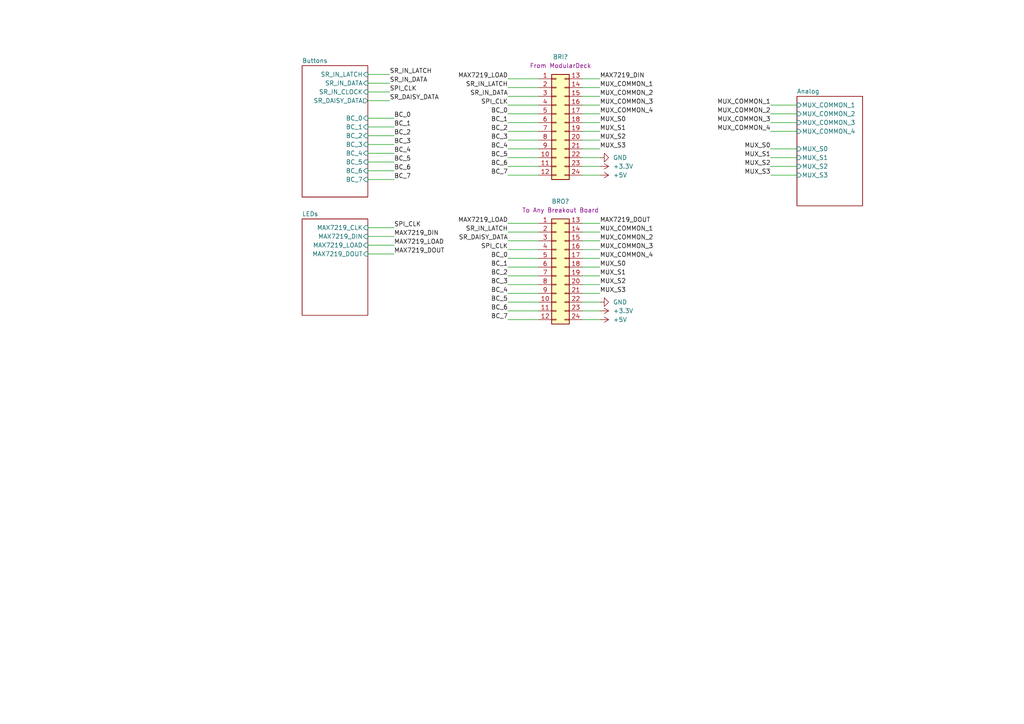
<source format=kicad_sch>
(kicad_sch (version 20211123) (generator eeschema)
  (paper "A4")
  (lib_symbols
    (symbol "Connector_Generic:Conn_02x12_Top_Bottom" (pin_names (offset 1.016) hide)
      (property "Reference" "J" (at 1.27 15.24 0))
      (property "Value" "Conn_02x12_Top_Bottom" (at 1.27 -17.78 0))
      (symbol "Conn_02x12_Top_Bottom_1_1"
        (rectangle (start -1.27 -15.113) (end 0 -15.367) (stroke (width 0.1524)))
        (rectangle (start -1.27 -12.573) (end 0 -12.827) (stroke (width 0.1524)))
        (rectangle (start -1.27 -10.033) (end 0 -10.287) (stroke (width 0.1524)))
        (rectangle (start -1.27 -7.493) (end 0 -7.747) (stroke (width 0.1524)))
        (rectangle (start -1.27 -4.953) (end 0 -5.207) (stroke (width 0.1524)))
        (rectangle (start -1.27 -2.413) (end 0 -2.667) (stroke (width 0.1524)))
        (rectangle (start -1.27 0.127) (end 0 -0.127) (stroke (width 0.1524)))
        (rectangle (start -1.27 2.667) (end 0 2.413) (stroke (width 0.1524)))
        (rectangle (start -1.27 5.207) (end 0 4.953) (stroke (width 0.1524)))
        (rectangle (start -1.27 7.747) (end 0 7.493) (stroke (width 0.1524)))
        (rectangle (start -1.27 10.287) (end 0 10.033) (stroke (width 0.1524)))
        (rectangle (start -1.27 12.827) (end 0 12.573) (stroke (width 0.1524)))
        (rectangle (start -1.27 13.97) (end 3.81 -16.51) (stroke (width 0.254)) (fill (type background)))
        (rectangle (start 3.81 -15.113) (end 2.54 -15.367) (stroke (width 0.1524)))
        (rectangle (start 3.81 -12.573) (end 2.54 -12.827) (stroke (width 0.1524)))
        (rectangle (start 3.81 -10.033) (end 2.54 -10.287) (stroke (width 0.1524)))
        (rectangle (start 3.81 -7.493) (end 2.54 -7.747) (stroke (width 0.1524)))
        (rectangle (start 3.81 -4.953) (end 2.54 -5.207) (stroke (width 0.1524)))
        (rectangle (start 3.81 -2.413) (end 2.54 -2.667) (stroke (width 0.1524)))
        (rectangle (start 3.81 0.127) (end 2.54 -0.127) (stroke (width 0.1524)))
        (rectangle (start 3.81 2.667) (end 2.54 2.413) (stroke (width 0.1524)))
        (rectangle (start 3.81 5.207) (end 2.54 4.953) (stroke (width 0.1524)))
        (rectangle (start 3.81 7.747) (end 2.54 7.493) (stroke (width 0.1524)))
        (rectangle (start 3.81 10.287) (end 2.54 10.033) (stroke (width 0.1524)))
        (rectangle (start 3.81 12.827) (end 2.54 12.573) (stroke (width 0.1524)))
        (pin passive line (at -5.08 12.7 0) (length 3.81) (name "Pin_1") (number "1"))
        (pin passive line (at -5.08 -10.16 0) (length 3.81) (name "Pin_10") (number "10"))
        (pin passive line (at -5.08 -12.7 0) (length 3.81) (name "Pin_11") (number "11"))
        (pin passive line (at -5.08 -15.24 0) (length 3.81) (name "Pin_12") (number "12"))
        (pin passive line (at 7.62 12.7 180) (length 3.81) (name "Pin_13") (number "13"))
        (pin passive line (at 7.62 10.16 180) (length 3.81) (name "Pin_14") (number "14"))
        (pin passive line (at 7.62 7.62 180) (length 3.81) (name "Pin_15") (number "15"))
        (pin passive line (at 7.62 5.08 180) (length 3.81) (name "Pin_16") (number "16"))
        (pin passive line (at 7.62 2.54 180) (length 3.81) (name "Pin_17") (number "17"))
        (pin passive line (at 7.62 0 180) (length 3.81) (name "Pin_18") (number "18"))
        (pin passive line (at 7.62 -2.54 180) (length 3.81) (name "Pin_19") (number "19"))
        (pin passive line (at -5.08 10.16 0) (length 3.81) (name "Pin_2") (number "2"))
        (pin passive line (at 7.62 -5.08 180) (length 3.81) (name "Pin_20") (number "20"))
        (pin passive line (at 7.62 -7.62 180) (length 3.81) (name "Pin_21") (number "21"))
        (pin passive line (at 7.62 -10.16 180) (length 3.81) (name "Pin_22") (number "22"))
        (pin passive line (at 7.62 -12.7 180) (length 3.81) (name "Pin_23") (number "23"))
        (pin passive line (at 7.62 -15.24 180) (length 3.81) (name "Pin_24") (number "24"))
        (pin passive line (at -5.08 7.62 0) (length 3.81) (name "Pin_3") (number "3"))
        (pin passive line (at -5.08 5.08 0) (length 3.81) (name "Pin_4") (number "4"))
        (pin passive line (at -5.08 2.54 0) (length 3.81) (name "Pin_5") (number "5"))
        (pin passive line (at -5.08 0 0) (length 3.81) (name "Pin_6") (number "6"))
        (pin passive line (at -5.08 -2.54 0) (length 3.81) (name "Pin_7") (number "7"))
        (pin passive line (at -5.08 -5.08 0) (length 3.81) (name "Pin_8") (number "8"))
        (pin passive line (at -5.08 -7.62 0) (length 3.81) (name "Pin_9") (number "9"))
      )
    )
    (symbol "power:+3.3V" (power) (pin_names (offset 0))
      (property "Value" "+3.3V" (at 0 3.556 0))
      (symbol "+3.3V_0_1"
        (polyline (pts (xy -0.762 1.27) (xy 0 2.54)))
        (polyline (pts (xy 0 0) (xy 0 2.54)))
        (polyline (pts (xy 0 2.54) (xy 0.762 1.27)))
      )
      (symbol "+3.3V_1_1"
        (pin power_in line (at 0 0 90) (length 0) hide (name "+3.3V") (number "1"))
      )
    )
    (symbol "power:+5V" (power) (pin_names (offset 0))
      (property "Value" "+5V" (at 0 3.556 0))
      (symbol "+5V_0_1"
        (polyline (pts (xy -0.762 1.27) (xy 0 2.54)))
        (polyline (pts (xy 0 0) (xy 0 2.54)))
        (polyline (pts (xy 0 2.54) (xy 0.762 1.27)))
      )
      (symbol "+5V_1_1"
        (pin power_in line (at 0 0 90) (length 0) hide (name "+5V") (number "1"))
      )
    )
    (symbol "power:GND" (power) (pin_names (offset 0))
      (property "Value" "GND" (at 0 -3.81 0))
      (symbol "GND_0_1"
        (polyline (pts (xy 0 0) (xy 0 -1.27) (xy 1.27 -1.27) (xy 0 -2.54) (xy -1.27 -1.27) (xy 0 -1.27)))
      )
      (symbol "GND_1_1"
        (pin power_in line (at 0 0 270) (length 0) hide (name "GND") (number "1"))
      )
    )
  )
  (wire (pts (xy 106.68 68.58) (xy 114.3 68.58)))
  (wire (pts (xy 223.52 38.1) (xy 231.14 38.1)))
  (wire (pts (xy 168.91 27.94) (xy 173.99 27.94)))
  (wire (pts (xy 168.91 30.48) (xy 173.99 30.48)))
  (wire (pts (xy 168.91 40.64) (xy 173.99 40.64)))
  (wire (pts (xy 168.91 38.1) (xy 173.99 38.1)))
  (wire (pts (xy 147.32 22.86) (xy 156.21 22.86)))
  (wire (pts (xy 106.68 34.29) (xy 114.3 34.29)))
  (wire (pts (xy 147.32 50.8) (xy 156.21 50.8)))
  (wire (pts (xy 168.91 87.63) (xy 173.99 87.63)))
  (wire (pts (xy 168.91 64.77) (xy 173.99 64.77)))
  (wire (pts (xy 147.32 43.18) (xy 156.21 43.18)))
  (wire (pts (xy 168.91 45.72) (xy 173.99 45.72)))
  (wire (pts (xy 168.91 80.01) (xy 173.99 80.01)))
  (wire (pts (xy 168.91 69.85) (xy 173.99 69.85)))
  (wire (pts (xy 147.32 87.63) (xy 156.21 87.63)))
  (wire (pts (xy 106.68 46.99) (xy 114.3 46.99)))
  (wire (pts (xy 147.32 85.09) (xy 156.21 85.09)))
  (wire (pts (xy 223.52 30.48) (xy 231.14 30.48)))
  (wire (pts (xy 147.32 92.71) (xy 156.21 92.71)))
  (wire (pts (xy 223.52 45.72) (xy 231.14 45.72)))
  (wire (pts (xy 147.32 74.93) (xy 156.21 74.93)))
  (wire (pts (xy 106.68 52.07) (xy 114.3 52.07)))
  (wire (pts (xy 147.32 45.72) (xy 156.21 45.72)))
  (wire (pts (xy 147.32 72.39) (xy 156.21 72.39)))
  (wire (pts (xy 168.91 43.18) (xy 173.99 43.18)))
  (wire (pts (xy 223.52 35.56) (xy 231.14 35.56)))
  (wire (pts (xy 106.68 26.67) (xy 113.03 26.67)))
  (wire (pts (xy 106.68 66.04) (xy 114.3 66.04)))
  (wire (pts (xy 223.52 33.02) (xy 231.14 33.02)))
  (wire (pts (xy 147.32 30.48) (xy 156.21 30.48)))
  (wire (pts (xy 168.91 82.55) (xy 173.99 82.55)))
  (wire (pts (xy 168.91 50.8) (xy 173.99 50.8)))
  (wire (pts (xy 106.68 39.37) (xy 114.3 39.37)))
  (wire (pts (xy 168.91 33.02) (xy 173.99 33.02)))
  (wire (pts (xy 106.68 41.91) (xy 114.3 41.91)))
  (wire (pts (xy 168.91 35.56) (xy 173.99 35.56)))
  (wire (pts (xy 168.91 77.47) (xy 173.99 77.47)))
  (wire (pts (xy 168.91 25.4) (xy 173.99 25.4)))
  (wire (pts (xy 168.91 74.93) (xy 173.99 74.93)))
  (wire (pts (xy 147.32 80.01) (xy 156.21 80.01)))
  (wire (pts (xy 147.32 82.55) (xy 156.21 82.55)))
  (wire (pts (xy 168.91 72.39) (xy 173.99 72.39)))
  (wire (pts (xy 168.91 22.86) (xy 173.99 22.86)))
  (wire (pts (xy 168.91 67.31) (xy 173.99 67.31)))
  (wire (pts (xy 147.32 77.47) (xy 156.21 77.47)))
  (wire (pts (xy 147.32 90.17) (xy 156.21 90.17)))
  (wire (pts (xy 147.32 27.94) (xy 156.21 27.94)))
  (wire (pts (xy 168.91 48.26) (xy 173.99 48.26)))
  (wire (pts (xy 106.68 24.13) (xy 113.03 24.13)))
  (wire (pts (xy 147.32 40.64) (xy 156.21 40.64)))
  (wire (pts (xy 168.91 85.09) (xy 173.99 85.09)))
  (wire (pts (xy 106.68 21.59) (xy 113.03 21.59)))
  (wire (pts (xy 106.68 44.45) (xy 114.3 44.45)))
  (wire (pts (xy 106.68 29.21) (xy 113.03 29.21)))
  (wire (pts (xy 223.52 48.26) (xy 231.14 48.26)))
  (wire (pts (xy 147.32 67.31) (xy 156.21 67.31)))
  (wire (pts (xy 147.32 48.26) (xy 156.21 48.26)))
  (wire (pts (xy 147.32 64.77) (xy 156.21 64.77)))
  (wire (pts (xy 106.68 36.83) (xy 114.3 36.83)))
  (wire (pts (xy 106.68 49.53) (xy 114.3 49.53)))
  (wire (pts (xy 147.32 38.1) (xy 156.21 38.1)))
  (wire (pts (xy 106.68 73.66) (xy 114.3 73.66)))
  (wire (pts (xy 147.32 35.56) (xy 156.21 35.56)))
  (wire (pts (xy 231.14 50.8) (xy 223.52 50.8)))
  (wire (pts (xy 106.68 71.12) (xy 114.3 71.12)))
  (wire (pts (xy 147.32 69.85) (xy 156.21 69.85)))
  (wire (pts (xy 147.32 33.02) (xy 156.21 33.02)))
  (wire (pts (xy 223.52 43.18) (xy 231.14 43.18)))
  (wire (pts (xy 147.32 25.4) (xy 156.21 25.4)))
  (wire (pts (xy 168.91 90.17) (xy 173.99 90.17)))
  (wire (pts (xy 168.91 92.71) (xy 173.99 92.71)))
  (label "SR_IN_LATCH" (at 147.32 25.4 180))
  (label "MUX_S0" (at 173.99 77.47 0))
  (label "BC_2" (at 147.32 38.1 180))
  (label "BC_2" (at 114.3 39.37 0))
  (label "BC_4" (at 114.3 44.45 0))
  (label "SR_DAISY_DATA" (at 113.03 29.21 0))
  (label "BC_1" (at 147.32 77.47 180))
  (label "BC_7" (at 114.3 52.07 0))
  (label "MUX_COMMON_2" (at 173.99 69.85 0))
  (label "BC_4" (at 147.32 43.18 180))
  (label "SPI_CLK" (at 147.32 30.48 180))
  (label "BC_3" (at 114.3 41.91 0))
  (label "MUX_COMMON_4" (at 173.99 33.02 0))
  (label "SPI_CLK" (at 147.32 72.39 180))
  (label "SR_IN_DATA" (at 147.32 27.94 180))
  (label "BC_6" (at 147.32 90.17 180))
  (label "MUX_COMMON_1" (at 173.99 25.4 0))
  (label "MUX_S1" (at 223.52 45.72 180))
  (label "BC_3" (at 147.32 82.55 180))
  (label "MUX_COMMON_3" (at 223.52 35.56 180))
  (label "BC_4" (at 147.32 85.09 180))
  (label "MAX7219_LOAD" (at 114.3 71.12 0))
  (label "SR_IN_DATA" (at 113.03 24.13 0))
  (label "MUX_COMMON_3" (at 173.99 30.48 0))
  (label "BC_5" (at 147.32 87.63 180))
  (label "MAX7219_LOAD" (at 147.32 22.86 180))
  (label "BC_1" (at 114.3 36.83 0))
  (label "MUX_S0" (at 173.99 35.56 0))
  (label "SR_IN_LATCH" (at 147.32 67.31 180))
  (label "MAX7219_DIN" (at 173.99 22.86 0))
  (label "MUX_S0" (at 223.52 43.18 180))
  (label "MUX_COMMON_2" (at 223.52 33.02 180))
  (label "SPI_CLK" (at 113.03 26.67 0))
  (label "BC_6" (at 147.32 48.26 180))
  (label "MUX_COMMON_2" (at 173.99 27.94 0))
  (label "MUX_COMMON_3" (at 173.99 72.39 0))
  (label "MUX_S2" (at 223.52 48.26 180))
  (label "BC_0" (at 114.3 34.29 0))
  (label "SR_DAISY_DATA" (at 147.32 69.85 180))
  (label "MUX_S3" (at 223.52 50.8 180))
  (label "SPI_CLK" (at 114.3 66.04 0))
  (label "MUX_S1" (at 173.99 38.1 0))
  (label "BC_7" (at 147.32 92.71 180))
  (label "MUX_COMMON_4" (at 223.52 38.1 180))
  (label "BC_0" (at 147.32 74.93 180))
  (label "MAX7219_DIN" (at 114.3 68.58 0))
  (label "BC_6" (at 114.3 49.53 0))
  (label "BC_3" (at 147.32 40.64 180))
  (label "MUX_COMMON_4" (at 173.99 74.93 0))
  (label "BC_5" (at 114.3 46.99 0))
  (label "BC_5" (at 147.32 45.72 180))
  (label "MAX7219_DOUT" (at 173.99 64.77 0))
  (label "MUX_S2" (at 173.99 40.64 0))
  (label "BC_7" (at 147.32 50.8 180))
  (label "MUX_S3" (at 173.99 85.09 0))
  (label "MUX_COMMON_1" (at 173.99 67.31 0))
  (label "MUX_S3" (at 173.99 43.18 0))
  (label "BC_0" (at 147.32 33.02 180))
  (label "MUX_S1" (at 173.99 80.01 0))
  (label "MUX_S2" (at 173.99 82.55 0))
  (label "SR_IN_LATCH" (at 113.03 21.59 0))
  (label "BC_2" (at 147.32 80.01 180))
  (label "MAX7219_LOAD" (at 147.32 64.77 180))
  (label "MAX7219_DOUT" (at 114.3 73.66 0))
  (label "MUX_COMMON_1" (at 223.52 30.48 180))
  (label "BC_1" (at 147.32 35.56 180))
  (symbol (lib_id "power:+3.3V") (at 173.99 90.17 270) (unit 1)
    (property "Reference" "#PWR?" (effects hide))
    (property "Value" "+3.3V" (at 177.8 90.1701 90) (effects (justify left)))
  )
  (symbol (lib_id "Connector_Generic:Conn_02x12_Top_Bottom") (at 161.29 35.56 0) (unit 1)
    (property "Reference" "BRI?" (at 162.56 16.51 0))
    (property "Value" "Conn_02x12_Top_Bottom" (effects hide))
    (property "Description" "From ModularDeck" (at 162.56 19.05 0))
  )
  (symbol (lib_id "power:GND") (at 173.99 87.63 90) (unit 1)
    (property "Reference" "#PWR?" (effects hide))
    (property "Value" "GND" (at 177.8 87.6299 90) (effects (justify right)))
  )
  (symbol (lib_id "power:+5V") (at 173.99 92.71 270) (unit 1)
    (property "Reference" "#PWR?" (effects hide))
    (property "Value" "+5V" (at 177.8 92.7101 90) (effects (justify left)))
  )
  (symbol (lib_id "power:+5V") (at 173.99 50.8 270) (unit 1)
    (property "Reference" "#PWR?" (effects hide))
    (property "Value" "+5V" (at 177.8 50.8001 90) (effects (justify left)))
  )
  (symbol (lib_id "power:+3.3V") (at 173.99 48.26 270) (unit 1)
    (property "Reference" "#PWR?" (effects hide))
    (property "Value" "+3.3V" (at 177.8 48.2601 90) (effects (justify left)))
  )
  (symbol (lib_id "Connector_Generic:Conn_02x12_Top_Bottom") (at 161.29 77.47 0) (unit 1)
    (property "Reference" "BRO?" (at 162.56 58.42 0))
    (property "Value" "Conn_02x12_Top_Bottom" (effects hide))
    (property "Description" "To Any Breakout Board" (at 162.56 60.96 0))
  )
  (symbol (lib_id "power:GND") (at 173.99 45.72 90) (unit 1)
    (property "Reference" "#PWR?" (effects hide))
    (property "Value" "GND" (at 177.8 45.7199 90) (effects (justify right)))
  )
  (sheet (at 87.63 19.05) (size 19.05 38.1) (stroke (width 0.1524))
    (property "Sheet name" "Buttons" (at 87.63 18.3384 0) (effects (justify left bottom)))
    (property "Sheet file" "Buttons.kicad_sch" (effects hide))
    (pin "SR_IN_CLOCK" input (at 106.68 26.67 0))
    (pin "SR_IN_LATCH" input (at 106.68 21.59 0))
    (pin "SR_IN_DATA" input (at 106.68 24.13 0))
    (pin "SR_DAISY_DATA" output (at 106.68 29.21 0))
    (pin "BC_3" input (at 106.68 41.91 0))
    (pin "BC_2" input (at 106.68 39.37 0))
    (pin "BC_1" input (at 106.68 36.83 0))
    (pin "BC_0" input (at 106.68 34.29 0))
    (pin "BC_7" input (at 106.68 52.07 0))
    (pin "BC_6" input (at 106.68 49.53 0))
    (pin "BC_5" input (at 106.68 46.99 0))
    (pin "BC_4" input (at 106.68 44.45 0))
  )
  (sheet (at 231.14 27.94) (size 19.05 31.75) (stroke (width 0.1524))
    (property "Sheet name" "Analog" (at 231.14 27.2284 0) (effects (justify left bottom)))
    (property "Sheet file" "Analog.kicad_sch" (effects hide))
    (pin "MUX_COMMON_1" input (at 231.14 30.48 180))
    (pin "MUX_COMMON_2" input (at 231.14 33.02 180))
    (pin "MUX_COMMON_3" input (at 231.14 35.56 180))
    (pin "MUX_COMMON_4" input (at 231.14 38.1 180))
    (pin "MUX_S3" input (at 231.14 50.8 180))
    (pin "MUX_S2" input (at 231.14 48.26 180))
    (pin "MUX_S1" input (at 231.14 45.72 180))
    (pin "MUX_S0" input (at 231.14 43.18 180))
  )
  (sheet (at 87.63 63.5) (size 19.05 27.94) (stroke (width 0.1524))
    (property "Sheet name" "LEDs" (at 87.63 62.7884 0) (effects (justify left bottom)))
    (property "Sheet file" "LEDs.kicad_sch" (effects hide))
    (pin "MAX7219_DIN" input (at 106.68 68.58 0))
    (pin "MAX7219_LOAD" input (at 106.68 71.12 0))
    (pin "MAX7219_CLK" input (at 106.68 66.04 0))
    (pin "MAX7219_DOUT" input (at 106.68 73.66 0))
  )
)
</source>
